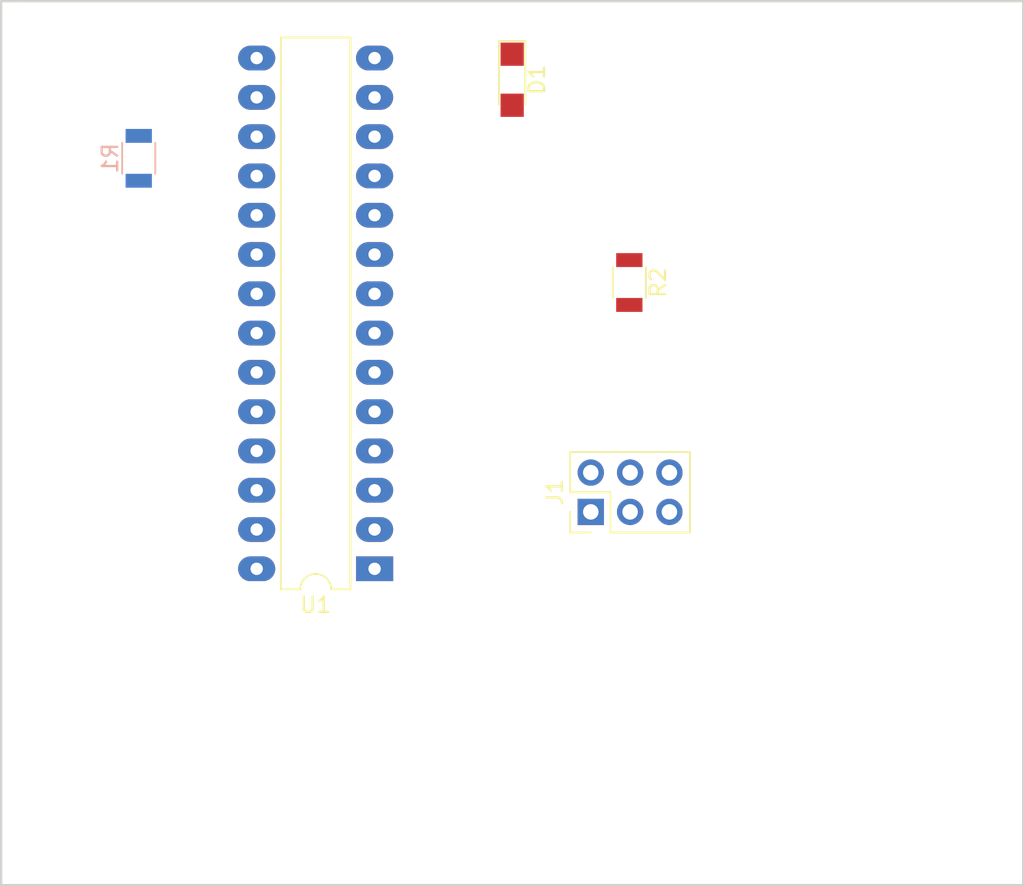
<source format=kicad_pcb>
(kicad_pcb (version 4) (host pcbnew 4.0.7)

  (general
    (links 12)
    (no_connects 12)
    (area 107.874999 88.824999 174.065001 146.125001)
    (thickness 1.6)
    (drawings 5)
    (tracks 0)
    (zones 0)
    (modules 5)
    (nets 29)
  )

  (page A4)
  (layers
    (0 F.Cu signal)
    (31 B.Cu signal)
    (32 B.Adhes user)
    (33 F.Adhes user)
    (34 B.Paste user)
    (35 F.Paste user)
    (36 B.SilkS user)
    (37 F.SilkS user)
    (38 B.Mask user)
    (39 F.Mask user)
    (40 Dwgs.User user)
    (41 Cmts.User user)
    (42 Eco1.User user)
    (43 Eco2.User user)
    (44 Edge.Cuts user)
    (45 Margin user)
    (46 B.CrtYd user hide)
    (47 F.CrtYd user hide)
    (48 B.Fab user hide)
    (49 F.Fab user hide)
  )

  (setup
    (last_trace_width 0.25)
    (trace_clearance 0.3)
    (zone_clearance 0.508)
    (zone_45_only no)
    (trace_min 0.2)
    (segment_width 0.2)
    (edge_width 0.15)
    (via_size 0.6)
    (via_drill 0.4)
    (via_min_size 0.4)
    (via_min_drill 0.3)
    (uvia_size 0.3)
    (uvia_drill 0.1)
    (uvias_allowed no)
    (uvia_min_size 0.2)
    (uvia_min_drill 0.1)
    (pcb_text_width 0.3)
    (pcb_text_size 1.5 1.5)
    (mod_edge_width 0.15)
    (mod_text_size 1 1)
    (mod_text_width 0.15)
    (pad_size 1.524 1.524)
    (pad_drill 0.762)
    (pad_to_mask_clearance 0.2)
    (aux_axis_origin 0 0)
    (visible_elements 7FFFFFFF)
    (pcbplotparams
      (layerselection 0x00030_80000001)
      (usegerberextensions false)
      (excludeedgelayer true)
      (linewidth 0.100000)
      (plotframeref false)
      (viasonmask false)
      (mode 1)
      (useauxorigin false)
      (hpglpennumber 1)
      (hpglpenspeed 20)
      (hpglpendiameter 15)
      (hpglpenoverlay 2)
      (psnegative false)
      (psa4output false)
      (plotreference true)
      (plotvalue true)
      (plotinvisibletext false)
      (padsonsilk false)
      (subtractmaskfromsilk false)
      (outputformat 1)
      (mirror false)
      (drillshape 1)
      (scaleselection 1)
      (outputdirectory ""))
  )

  (net 0 "")
  (net 1 "Net-(D1-Pad2)")
  (net 2 GND)
  (net 3 MISO)
  (net 4 SCK)
  (net 5 RST)
  (net 6 MOSI)
  (net 7 VCC)
  (net 8 "Net-(U1-Pad15)")
  (net 9 "Net-(U1-Pad16)")
  (net 10 "Net-(U1-Pad3)")
  (net 11 "Net-(U1-Pad4)")
  (net 12 "Net-(U1-Pad5)")
  (net 13 "Net-(U1-Pad6)")
  (net 14 "Net-(U1-Pad20)")
  (net 15 "Net-(U1-Pad21)")
  (net 16 "Net-(U1-Pad9)")
  (net 17 "Net-(U1-Pad23)")
  (net 18 "Net-(U1-Pad10)")
  (net 19 "Net-(U1-Pad24)")
  (net 20 "Net-(U1-Pad11)")
  (net 21 "Net-(U1-Pad25)")
  (net 22 "Net-(U1-Pad12)")
  (net 23 "Net-(U1-Pad26)")
  (net 24 "Net-(U1-Pad13)")
  (net 25 "Net-(U1-Pad27)")
  (net 26 "Net-(U1-Pad14)")
  (net 27 "Net-(U1-Pad28)")
  (net 28 "Net-(D1-Pad1)")

  (net_class Default "To jest domyślna klasa połączeń."
    (clearance 0.3)
    (trace_width 0.25)
    (via_dia 0.6)
    (via_drill 0.4)
    (uvia_dia 0.3)
    (uvia_drill 0.1)
    (add_net MISO)
    (add_net MOSI)
    (add_net "Net-(D1-Pad1)")
    (add_net "Net-(D1-Pad2)")
    (add_net "Net-(U1-Pad10)")
    (add_net "Net-(U1-Pad11)")
    (add_net "Net-(U1-Pad12)")
    (add_net "Net-(U1-Pad13)")
    (add_net "Net-(U1-Pad14)")
    (add_net "Net-(U1-Pad15)")
    (add_net "Net-(U1-Pad16)")
    (add_net "Net-(U1-Pad20)")
    (add_net "Net-(U1-Pad21)")
    (add_net "Net-(U1-Pad23)")
    (add_net "Net-(U1-Pad24)")
    (add_net "Net-(U1-Pad25)")
    (add_net "Net-(U1-Pad26)")
    (add_net "Net-(U1-Pad27)")
    (add_net "Net-(U1-Pad28)")
    (add_net "Net-(U1-Pad3)")
    (add_net "Net-(U1-Pad4)")
    (add_net "Net-(U1-Pad5)")
    (add_net "Net-(U1-Pad6)")
    (add_net "Net-(U1-Pad9)")
    (add_net RST)
    (add_net SCK)
  )

  (net_class Power ""
    (clearance 0.3)
    (trace_width 0.4)
    (via_dia 0.6)
    (via_drill 0.4)
    (uvia_dia 0.4)
    (uvia_drill 0.1)
    (add_net GND)
    (add_net VCC)
  )

  (module LEDs:LED_1206 (layer F.Cu) (tedit 5AAD6AC1) (tstamp 5AA03F8A)
    (at 140.97 93.98 270)
    (descr "LED 1206 smd package")
    (tags "LED led 1206 SMD smd SMT smt smdled SMDLED smtled SMTLED")
    (path /5AA044D6)
    (attr smd)
    (fp_text reference D1 (at 0 -1.6 450) (layer F.SilkS)
      (effects (font (size 1 1) (thickness 0.15)))
    )
    (fp_text value LED (at 0 1.7 270) (layer F.Fab)
      (effects (font (size 1 1) (thickness 0.15)))
    )
    (fp_line (start -2.5 -0.85) (end -2.5 0.85) (layer F.SilkS) (width 0.12))
    (fp_line (start -0.45 -0.4) (end -0.45 0.4) (layer F.Fab) (width 0.1))
    (fp_line (start -0.4 0) (end 0.2 -0.4) (layer F.Fab) (width 0.1))
    (fp_line (start 0.2 0.4) (end -0.4 0) (layer F.Fab) (width 0.1))
    (fp_line (start 0.2 -0.4) (end 0.2 0.4) (layer F.Fab) (width 0.1))
    (fp_line (start 1.6 0.8) (end -1.6 0.8) (layer F.Fab) (width 0.1))
    (fp_line (start 1.6 -0.8) (end 1.6 0.8) (layer F.Fab) (width 0.1))
    (fp_line (start -1.6 -0.8) (end 1.6 -0.8) (layer F.Fab) (width 0.1))
    (fp_line (start -1.6 0.8) (end -1.6 -0.8) (layer F.Fab) (width 0.1))
    (fp_line (start -2.45 0.85) (end 1.6 0.85) (layer F.SilkS) (width 0.12))
    (fp_line (start -2.45 -0.85) (end 1.6 -0.85) (layer F.SilkS) (width 0.12))
    (fp_line (start 2.65 -1) (end 2.65 1) (layer F.CrtYd) (width 0.05))
    (fp_line (start 2.65 1) (end -2.65 1) (layer F.CrtYd) (width 0.05))
    (fp_line (start -2.65 1) (end -2.65 -1) (layer F.CrtYd) (width 0.05))
    (fp_line (start -2.65 -1) (end 2.65 -1) (layer F.CrtYd) (width 0.05))
    (pad 2 smd rect (at 1.65 0 90) (size 1.5 1.5) (layers F.Cu F.Paste F.Mask)
      (net 1 "Net-(D1-Pad2)"))
    (pad 1 smd rect (at -1.65 0 90) (size 1.5 1.5) (layers F.Cu F.Paste F.Mask)
      (net 28 "Net-(D1-Pad1)"))
    (model ${KISYS3DMOD}/LEDs.3dshapes/LED_1206.wrl
      (at (xyz 0 0 0))
      (scale (xyz 1 1 1))
      (rotate (xyz 0 0 180))
    )
  )

  (module Pin_Headers:Pin_Header_Straight_2x03_Pitch2.54mm (layer F.Cu) (tedit 59650532) (tstamp 5AA03F94)
    (at 146.05 121.92 90)
    (descr "Through hole straight pin header, 2x03, 2.54mm pitch, double rows")
    (tags "Through hole pin header THT 2x03 2.54mm double row")
    (path /5AA03A9B)
    (fp_text reference J1 (at 1.27 -2.33 90) (layer F.SilkS)
      (effects (font (size 1 1) (thickness 0.15)))
    )
    (fp_text value Conn_02x03_Counter_Clockwise (at 1.27 7.41 90) (layer F.Fab)
      (effects (font (size 1 1) (thickness 0.15)))
    )
    (fp_line (start 0 -1.27) (end 3.81 -1.27) (layer F.Fab) (width 0.1))
    (fp_line (start 3.81 -1.27) (end 3.81 6.35) (layer F.Fab) (width 0.1))
    (fp_line (start 3.81 6.35) (end -1.27 6.35) (layer F.Fab) (width 0.1))
    (fp_line (start -1.27 6.35) (end -1.27 0) (layer F.Fab) (width 0.1))
    (fp_line (start -1.27 0) (end 0 -1.27) (layer F.Fab) (width 0.1))
    (fp_line (start -1.33 6.41) (end 3.87 6.41) (layer F.SilkS) (width 0.12))
    (fp_line (start -1.33 1.27) (end -1.33 6.41) (layer F.SilkS) (width 0.12))
    (fp_line (start 3.87 -1.33) (end 3.87 6.41) (layer F.SilkS) (width 0.12))
    (fp_line (start -1.33 1.27) (end 1.27 1.27) (layer F.SilkS) (width 0.12))
    (fp_line (start 1.27 1.27) (end 1.27 -1.33) (layer F.SilkS) (width 0.12))
    (fp_line (start 1.27 -1.33) (end 3.87 -1.33) (layer F.SilkS) (width 0.12))
    (fp_line (start -1.33 0) (end -1.33 -1.33) (layer F.SilkS) (width 0.12))
    (fp_line (start -1.33 -1.33) (end 0 -1.33) (layer F.SilkS) (width 0.12))
    (fp_line (start -1.8 -1.8) (end -1.8 6.85) (layer F.CrtYd) (width 0.05))
    (fp_line (start -1.8 6.85) (end 4.35 6.85) (layer F.CrtYd) (width 0.05))
    (fp_line (start 4.35 6.85) (end 4.35 -1.8) (layer F.CrtYd) (width 0.05))
    (fp_line (start 4.35 -1.8) (end -1.8 -1.8) (layer F.CrtYd) (width 0.05))
    (fp_text user %R (at 1.27 2.54 180) (layer F.Fab)
      (effects (font (size 1 1) (thickness 0.15)))
    )
    (pad 1 thru_hole rect (at 0 0 90) (size 1.7 1.7) (drill 1) (layers *.Cu *.Mask)
      (net 3 MISO))
    (pad 2 thru_hole oval (at 2.54 0 90) (size 1.7 1.7) (drill 1) (layers *.Cu *.Mask)
      (net 4 SCK))
    (pad 3 thru_hole oval (at 0 2.54 90) (size 1.7 1.7) (drill 1) (layers *.Cu *.Mask)
      (net 5 RST))
    (pad 4 thru_hole oval (at 2.54 2.54 90) (size 1.7 1.7) (drill 1) (layers *.Cu *.Mask)
      (net 2 GND))
    (pad 5 thru_hole oval (at 0 5.08 90) (size 1.7 1.7) (drill 1) (layers *.Cu *.Mask)
      (net 6 MOSI))
    (pad 6 thru_hole oval (at 2.54 5.08 90) (size 1.7 1.7) (drill 1) (layers *.Cu *.Mask)
      (net 7 VCC))
    (model ${KISYS3DMOD}/Pin_Headers.3dshapes/Pin_Header_Straight_2x03_Pitch2.54mm.wrl
      (at (xyz 0 0 0))
      (scale (xyz 1 1 1))
      (rotate (xyz 0 0 0))
    )
  )

  (module Resistors_SMD:R_1206 (layer B.Cu) (tedit 58E0A804) (tstamp 5AA03F9A)
    (at 116.84 99.06 270)
    (descr "Resistor SMD 1206, reflow soldering, Vishay (see dcrcw.pdf)")
    (tags "resistor 1206")
    (path /5AA03E2A)
    (attr smd)
    (fp_text reference R1 (at 0 1.85 270) (layer B.SilkS)
      (effects (font (size 1 1) (thickness 0.15)) (justify mirror))
    )
    (fp_text value R (at 0 -1.95 270) (layer B.Fab)
      (effects (font (size 1 1) (thickness 0.15)) (justify mirror))
    )
    (fp_text user %R (at 0 0 270) (layer B.Fab)
      (effects (font (size 0.7 0.7) (thickness 0.105)) (justify mirror))
    )
    (fp_line (start -1.6 -0.8) (end -1.6 0.8) (layer B.Fab) (width 0.1))
    (fp_line (start 1.6 -0.8) (end -1.6 -0.8) (layer B.Fab) (width 0.1))
    (fp_line (start 1.6 0.8) (end 1.6 -0.8) (layer B.Fab) (width 0.1))
    (fp_line (start -1.6 0.8) (end 1.6 0.8) (layer B.Fab) (width 0.1))
    (fp_line (start 1 -1.07) (end -1 -1.07) (layer B.SilkS) (width 0.12))
    (fp_line (start -1 1.07) (end 1 1.07) (layer B.SilkS) (width 0.12))
    (fp_line (start -2.15 1.11) (end 2.15 1.11) (layer B.CrtYd) (width 0.05))
    (fp_line (start -2.15 1.11) (end -2.15 -1.1) (layer B.CrtYd) (width 0.05))
    (fp_line (start 2.15 -1.1) (end 2.15 1.11) (layer B.CrtYd) (width 0.05))
    (fp_line (start 2.15 -1.1) (end -2.15 -1.1) (layer B.CrtYd) (width 0.05))
    (pad 1 smd rect (at -1.45 0 270) (size 0.9 1.7) (layers B.Cu B.Paste B.Mask)
      (net 7 VCC))
    (pad 2 smd rect (at 1.45 0 270) (size 0.9 1.7) (layers B.Cu B.Paste B.Mask)
      (net 5 RST))
    (model ${KISYS3DMOD}/Resistors_SMD.3dshapes/R_1206.wrl
      (at (xyz 0 0 0))
      (scale (xyz 1 1 1))
      (rotate (xyz 0 0 0))
    )
  )

  (module Housings_DIP:DIP-28_W7.62mm_LongPads (layer F.Cu) (tedit 59C78D6B) (tstamp 5AA03FBA)
    (at 132.08 125.6 180)
    (descr "28-lead though-hole mounted DIP package, row spacing 7.62 mm (300 mils), LongPads")
    (tags "THT DIP DIL PDIP 2.54mm 7.62mm 300mil LongPads")
    (path /5AA03916)
    (fp_text reference U1 (at 3.81 -2.33 180) (layer F.SilkS)
      (effects (font (size 1 1) (thickness 0.15)))
    )
    (fp_text value ATMEGA328P-PU (at 3.81 35.35 180) (layer F.Fab)
      (effects (font (size 1 1) (thickness 0.15)))
    )
    (fp_arc (start 3.81 -1.33) (end 2.81 -1.33) (angle -180) (layer F.SilkS) (width 0.12))
    (fp_line (start 1.635 -1.27) (end 6.985 -1.27) (layer F.Fab) (width 0.1))
    (fp_line (start 6.985 -1.27) (end 6.985 34.29) (layer F.Fab) (width 0.1))
    (fp_line (start 6.985 34.29) (end 0.635 34.29) (layer F.Fab) (width 0.1))
    (fp_line (start 0.635 34.29) (end 0.635 -0.27) (layer F.Fab) (width 0.1))
    (fp_line (start 0.635 -0.27) (end 1.635 -1.27) (layer F.Fab) (width 0.1))
    (fp_line (start 2.81 -1.33) (end 1.56 -1.33) (layer F.SilkS) (width 0.12))
    (fp_line (start 1.56 -1.33) (end 1.56 34.35) (layer F.SilkS) (width 0.12))
    (fp_line (start 1.56 34.35) (end 6.06 34.35) (layer F.SilkS) (width 0.12))
    (fp_line (start 6.06 34.35) (end 6.06 -1.33) (layer F.SilkS) (width 0.12))
    (fp_line (start 6.06 -1.33) (end 4.81 -1.33) (layer F.SilkS) (width 0.12))
    (fp_line (start -1.45 -1.55) (end -1.45 34.55) (layer F.CrtYd) (width 0.05))
    (fp_line (start -1.45 34.55) (end 9.1 34.55) (layer F.CrtYd) (width 0.05))
    (fp_line (start 9.1 34.55) (end 9.1 -1.55) (layer F.CrtYd) (width 0.05))
    (fp_line (start 9.1 -1.55) (end -1.45 -1.55) (layer F.CrtYd) (width 0.05))
    (fp_text user %R (at 3.81 16.51 180) (layer F.Fab)
      (effects (font (size 1 1) (thickness 0.15)))
    )
    (pad 1 thru_hole rect (at 0 0 180) (size 2.4 1.6) (drill 0.8) (layers *.Cu *.Mask)
      (net 5 RST))
    (pad 15 thru_hole oval (at 7.62 33.02 180) (size 2.4 1.6) (drill 0.8) (layers *.Cu *.Mask)
      (net 8 "Net-(U1-Pad15)"))
    (pad 2 thru_hole oval (at 0 2.54 180) (size 2.4 1.6) (drill 0.8) (layers *.Cu *.Mask)
      (net 1 "Net-(D1-Pad2)"))
    (pad 16 thru_hole oval (at 7.62 30.48 180) (size 2.4 1.6) (drill 0.8) (layers *.Cu *.Mask)
      (net 9 "Net-(U1-Pad16)"))
    (pad 3 thru_hole oval (at 0 5.08 180) (size 2.4 1.6) (drill 0.8) (layers *.Cu *.Mask)
      (net 10 "Net-(U1-Pad3)"))
    (pad 17 thru_hole oval (at 7.62 27.94 180) (size 2.4 1.6) (drill 0.8) (layers *.Cu *.Mask)
      (net 6 MOSI))
    (pad 4 thru_hole oval (at 0 7.62 180) (size 2.4 1.6) (drill 0.8) (layers *.Cu *.Mask)
      (net 11 "Net-(U1-Pad4)"))
    (pad 18 thru_hole oval (at 7.62 25.4 180) (size 2.4 1.6) (drill 0.8) (layers *.Cu *.Mask)
      (net 3 MISO))
    (pad 5 thru_hole oval (at 0 10.16 180) (size 2.4 1.6) (drill 0.8) (layers *.Cu *.Mask)
      (net 12 "Net-(U1-Pad5)"))
    (pad 19 thru_hole oval (at 7.62 22.86 180) (size 2.4 1.6) (drill 0.8) (layers *.Cu *.Mask)
      (net 4 SCK))
    (pad 6 thru_hole oval (at 0 12.7 180) (size 2.4 1.6) (drill 0.8) (layers *.Cu *.Mask)
      (net 13 "Net-(U1-Pad6)"))
    (pad 20 thru_hole oval (at 7.62 20.32 180) (size 2.4 1.6) (drill 0.8) (layers *.Cu *.Mask)
      (net 14 "Net-(U1-Pad20)"))
    (pad 7 thru_hole oval (at 0 15.24 180) (size 2.4 1.6) (drill 0.8) (layers *.Cu *.Mask)
      (net 7 VCC))
    (pad 21 thru_hole oval (at 7.62 17.78 180) (size 2.4 1.6) (drill 0.8) (layers *.Cu *.Mask)
      (net 15 "Net-(U1-Pad21)"))
    (pad 8 thru_hole oval (at 0 17.78 180) (size 2.4 1.6) (drill 0.8) (layers *.Cu *.Mask)
      (net 2 GND))
    (pad 22 thru_hole oval (at 7.62 15.24 180) (size 2.4 1.6) (drill 0.8) (layers *.Cu *.Mask)
      (net 2 GND))
    (pad 9 thru_hole oval (at 0 20.32 180) (size 2.4 1.6) (drill 0.8) (layers *.Cu *.Mask)
      (net 16 "Net-(U1-Pad9)"))
    (pad 23 thru_hole oval (at 7.62 12.7 180) (size 2.4 1.6) (drill 0.8) (layers *.Cu *.Mask)
      (net 17 "Net-(U1-Pad23)"))
    (pad 10 thru_hole oval (at 0 22.86 180) (size 2.4 1.6) (drill 0.8) (layers *.Cu *.Mask)
      (net 18 "Net-(U1-Pad10)"))
    (pad 24 thru_hole oval (at 7.62 10.16 180) (size 2.4 1.6) (drill 0.8) (layers *.Cu *.Mask)
      (net 19 "Net-(U1-Pad24)"))
    (pad 11 thru_hole oval (at 0 25.4 180) (size 2.4 1.6) (drill 0.8) (layers *.Cu *.Mask)
      (net 20 "Net-(U1-Pad11)"))
    (pad 25 thru_hole oval (at 7.62 7.62 180) (size 2.4 1.6) (drill 0.8) (layers *.Cu *.Mask)
      (net 21 "Net-(U1-Pad25)"))
    (pad 12 thru_hole oval (at 0 27.94 180) (size 2.4 1.6) (drill 0.8) (layers *.Cu *.Mask)
      (net 22 "Net-(U1-Pad12)"))
    (pad 26 thru_hole oval (at 7.62 5.08 180) (size 2.4 1.6) (drill 0.8) (layers *.Cu *.Mask)
      (net 23 "Net-(U1-Pad26)"))
    (pad 13 thru_hole oval (at 0 30.48 180) (size 2.4 1.6) (drill 0.8) (layers *.Cu *.Mask)
      (net 24 "Net-(U1-Pad13)"))
    (pad 27 thru_hole oval (at 7.62 2.54 180) (size 2.4 1.6) (drill 0.8) (layers *.Cu *.Mask)
      (net 25 "Net-(U1-Pad27)"))
    (pad 14 thru_hole oval (at 0 33.02 180) (size 2.4 1.6) (drill 0.8) (layers *.Cu *.Mask)
      (net 26 "Net-(U1-Pad14)"))
    (pad 28 thru_hole oval (at 7.62 0 180) (size 2.4 1.6) (drill 0.8) (layers *.Cu *.Mask)
      (net 27 "Net-(U1-Pad28)"))
    (model ${KISYS3DMOD}/Housings_DIP.3dshapes/DIP-28_W7.62mm.wrl
      (at (xyz 0 0 0))
      (scale (xyz 1 1 1))
      (rotate (xyz 0 0 0))
    )
  )

  (module Resistors_SMD:R_1206 (layer F.Cu) (tedit 58E0A804) (tstamp 5B17D82E)
    (at 148.54 107.09 270)
    (descr "Resistor SMD 1206, reflow soldering, Vishay (see dcrcw.pdf)")
    (tags "resistor 1206")
    (path /5B17D842)
    (attr smd)
    (fp_text reference R2 (at 0 -1.85 270) (layer F.SilkS)
      (effects (font (size 1 1) (thickness 0.15)))
    )
    (fp_text value R (at 0 1.95 270) (layer F.Fab)
      (effects (font (size 1 1) (thickness 0.15)))
    )
    (fp_text user %R (at 0 0 270) (layer F.Fab)
      (effects (font (size 0.7 0.7) (thickness 0.105)))
    )
    (fp_line (start -1.6 0.8) (end -1.6 -0.8) (layer F.Fab) (width 0.1))
    (fp_line (start 1.6 0.8) (end -1.6 0.8) (layer F.Fab) (width 0.1))
    (fp_line (start 1.6 -0.8) (end 1.6 0.8) (layer F.Fab) (width 0.1))
    (fp_line (start -1.6 -0.8) (end 1.6 -0.8) (layer F.Fab) (width 0.1))
    (fp_line (start 1 1.07) (end -1 1.07) (layer F.SilkS) (width 0.12))
    (fp_line (start -1 -1.07) (end 1 -1.07) (layer F.SilkS) (width 0.12))
    (fp_line (start -2.15 -1.11) (end 2.15 -1.11) (layer F.CrtYd) (width 0.05))
    (fp_line (start -2.15 -1.11) (end -2.15 1.1) (layer F.CrtYd) (width 0.05))
    (fp_line (start 2.15 1.1) (end 2.15 -1.11) (layer F.CrtYd) (width 0.05))
    (fp_line (start 2.15 1.1) (end -2.15 1.1) (layer F.CrtYd) (width 0.05))
    (pad 1 smd rect (at -1.45 0 270) (size 0.9 1.7) (layers F.Cu F.Paste F.Mask)
      (net 28 "Net-(D1-Pad1)"))
    (pad 2 smd rect (at 1.45 0 270) (size 0.9 1.7) (layers F.Cu F.Paste F.Mask)
      (net 2 GND))
    (model ${KISYS3DMOD}/Resistors_SMD.3dshapes/R_1206.wrl
      (at (xyz 0 0 0))
      (scale (xyz 1 1 1))
      (rotate (xyz 0 0 0))
    )
  )

  (gr_line (start 107.95 88.9) (end 109.22 88.9) (angle 90) (layer Edge.Cuts) (width 0.15))
  (gr_line (start 107.95 146.05) (end 107.95 88.9) (angle 90) (layer Edge.Cuts) (width 0.15))
  (gr_line (start 173.99 146.05) (end 107.95 146.05) (angle 90) (layer Edge.Cuts) (width 0.15))
  (gr_line (start 173.99 88.9) (end 173.99 146.05) (angle 90) (layer Edge.Cuts) (width 0.15))
  (gr_line (start 109.22 88.9) (end 173.99 88.9) (angle 90) (layer Edge.Cuts) (width 0.15))

)

</source>
